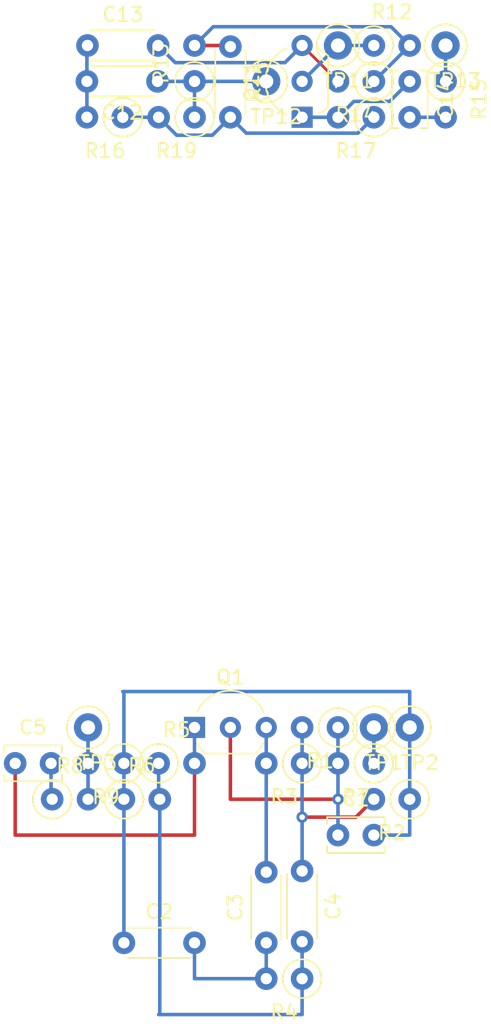
<source format=kicad_pcb>
(kicad_pcb (version 20221018) (generator pcbnew)
  (layers (0 "F.Cu" signal) (31 "B.Cu" signal) (34 "B.Paste" user) (35 "F.Paste" user) (36 "B.SilkS" user "B.Silkscreen") (37 "F.SilkS" user "F.Silkscreen") (38 "B.Mask" user) (39 "F.Mask" user) (44 "Edge.Cuts" user))
  (net 0 "")
  (net 1 "Net-(Q1-C)")
  (net 2 "GND")
  (net 3 "Net-(C2-Pad2)")
  (net 4 "Net-(Q1-B)")
  (net 5 "Net-(C4-Pad1)")
  (net 6 "Net-(C4-Pad2)")
  (net 7 "Net-(Q1-E)")
  (net 8 "Net-(C5-Pad2)")
  (net 9 "Net-(R7-Pad1)")
  (net 10 "Net-(R8-Pad2)")
  (net 11 "Net-(Q11-C)")
  (net 12 "Net-(C12-Pad2)")
  (net 13 "Net-(Q11-B)")
  (net 14 "Net-(Q11-E)")
  (net 15 "Net-(C14-Pad2)")
  (net 16 "Net-(C15-Pad1)")
  (net 17 "Net-(C15-Pad2)")
  (net 18 "Net-(R15-Pad1)")
  (net 19 "Net-(R11-Pad1)")
  (footprint "usr-Library:C_Disc_P5.12mm" (layer "F.Cu") (at 139.62 60.96 180)
    (fp_text reference "C12" (at 2.5 -2.2) (layer "F.SilkS"))
    (fp_text value "0.01u")
    (fp_line (start 0.23 -1.07) (end 0.23 -1.055) (stroke (width 0.12)) (layer "F.SilkS"))
    (fp_line (start 0.23 -1.07) (end 4.77 -1.07) (stroke (width 0.12)) (layer "F.SilkS"))
    (fp_line (start 0.23 1.055) (end 0.23 1.07) (stroke (width 0.12)) (layer "F.SilkS"))
    (fp_line (start 0.23 1.07) (end 4.77 1.07) (stroke (width 0.12)) (layer "F.SilkS"))
    (fp_line (start 4.77 -1.07) (end 4.77 -1.055) (stroke (width 0.12)) (layer "F.SilkS"))
    (fp_line (start 4.77 1.055) (end 4.77 1.07) (stroke (width 0.12)) (layer "F.SilkS"))
    (pad "1" thru_hole circle (at 0 0 180) (size 1.6 1.6) (drill 0.8) (layers "*.Cu" "*.Mask") (net 2 "GND"))
    (pad "2" thru_hole circle (at 5 0 180) (size 1.6 1.6) (drill 0.8) (layers "*.Cu" "*.Mask") (net 12 "Net-(C12-Pad2)"))
  )
  (footprint "TestPoint:TestPoint_Loop_D2.50mm_Drill1.0mm" (layer "F.Cu") (at 157.48 106.68)
    (fp_text reference "TP2" (at 0.7 2.5) (layer "F.SilkS"))
    (fp_text value "GND")
    (fp_circle (center 0 0) (end 1.5 0) (stroke (width 0.12)) (fill none) (layer "F.SilkS"))
    (pad "1" thru_hole circle (at 0 0) (size 2 2) (drill 1) (layers "*.Cu" "*.Mask") (net 2 "GND"))
  )
  (footprint "usr-Library:C_Disc_P5.12mm" (layer "F.Cu") (at 144.78 58.5 -90)
    (fp_text reference "C15" (at 2.5 -2.2 90) (layer "F.SilkS"))
    (fp_text value "0.033u")
    (fp_line (start 0.23 -1.07) (end 0.23 -1.055) (stroke (width 0.12)) (layer "F.SilkS"))
    (fp_line (start 0.23 -1.07) (end 4.77 -1.07) (stroke (width 0.12)) (layer "F.SilkS"))
    (fp_line (start 0.23 1.055) (end 0.23 1.07) (stroke (width 0.12)) (layer "F.SilkS"))
    (fp_line (start 0.23 1.07) (end 4.77 1.07) (stroke (width 0.12)) (layer "F.SilkS"))
    (fp_line (start 4.77 -1.07) (end 4.77 -1.055) (stroke (width 0.12)) (layer "F.SilkS"))
    (fp_line (start 4.77 1.055) (end 4.77 1.07) (stroke (width 0.12)) (layer "F.SilkS"))
    (pad "1" thru_hole circle (at 0 0 270) (size 1.6 1.6) (drill 0.8) (layers "*.Cu" "*.Mask") (net 16 "Net-(C15-Pad1)"))
    (pad "2" thru_hole circle (at 5 0 270) (size 1.6 1.6) (drill 0.8) (layers "*.Cu" "*.Mask") (net 17 "Net-(C15-Pad2)"))
  )
  (footprint "Resistor_THT:R_Axial_DIN0207_L6.3mm_D2.5mm_P2.54mm_Vertical" (layer "F.Cu") (at 132.16 111.76)
    (fp_text reference "R8" (at 1.27 -2.37) (layer "F.SilkS"))
    (fp_text value "100k")
    (fp_line (start 1.37 0) (end 1.44 0) (stroke (width 0.12)) (layer "F.SilkS"))
    (fp_circle (center 0 0) (end 1.37 0) (stroke (width 0.12)) (fill none) (layer "F.SilkS"))
    (pad "1" thru_hole circle (at 0 0) (size 1.6 1.6) (drill 0.8) (layers "*.Cu" "*.Mask") (net 8 "Net-(C5-Pad2)"))
    (pad "2" thru_hole oval (at 2.54 0) (size 1.6 1.6) (drill 0.8) (layers "*.Cu" "*.Mask") (net 10 "Net-(R8-Pad2)"))
  )
  (footprint "Resistor_THT:R_Axial_DIN0207_L6.3mm_D2.5mm_P2.54mm_Vertical" (layer "F.Cu") (at 139.7 109.22)
    (fp_text reference "R5" (at 1.27 -2.37) (layer "F.SilkS"))
    (fp_text value "100")
    (fp_line (start 1.37 0) (end 1.44 0) (stroke (width 0.12)) (layer "F.SilkS"))
    (fp_circle (center 0 0) (end 1.37 0) (stroke (width 0.12)) (fill none) (layer "F.SilkS"))
    (pad "1" thru_hole circle (at 0 0) (size 1.6 1.6) (drill 0.8) (layers "*.Cu" "*.Mask") (net 6 "Net-(C4-Pad2)"))
    (pad "2" thru_hole oval (at 2.54 0) (size 1.6 1.6) (drill 0.8) (layers "*.Cu" "*.Mask") (net 7 "Net-(Q1-E)"))
  )
  (footprint "usr-Library:C_Disc_P2.54mm" (layer "F.Cu") (at 129.54 109.22)
    (fp_text reference "C5" (at 1.25 -2.55) (layer "F.SilkS"))
    (fp_text value "0.1u")
    (fp_line (start -0.77 -1.27) (end -0.77 -0.795) (stroke (width 0.12)) (layer "F.SilkS"))
    (fp_line (start -0.77 -1.27) (end 3.31 -1.27) (stroke (width 0.12)) (layer "F.SilkS"))
    (fp_line (start -0.77 0.795) (end -0.77 1.27) (stroke (width 0.12)) (layer "F.SilkS"))
    (fp_line (start -0.77 1.27) (end 3.31 1.27) (stroke (width 0.12)) (layer "F.SilkS"))
    (fp_line (start 3.31 -1.27) (end 3.31 -0.795) (stroke (width 0.12)) (layer "F.SilkS"))
    (fp_line (start 3.31 0.795) (end 3.31 1.27) (stroke (width 0.12)) (layer "F.SilkS"))
    (pad "1" thru_hole circle (at 0 0) (size 1.6 1.6) (drill 0.8) (layers "*.Cu" "*.Mask") (net 7 "Net-(Q1-E)"))
    (pad "2" thru_hole circle (at 2.54 0) (size 1.6 1.6) (drill 0.8) (layers "*.Cu" "*.Mask") (net 8 "Net-(C5-Pad2)"))
  )
  (footprint "Resistor_THT:R_Axial_DIN0207_L6.3mm_D2.5mm_P2.54mm_Vertical" (layer "F.Cu") (at 154.94 109.22 180)
    (fp_text reference "R7" (at 1.27 -2.37) (layer "F.SilkS"))
    (fp_text value "100")
    (fp_line (start 1.37 0) (end 1.44 0) (stroke (width 0.12)) (layer "F.SilkS"))
    (fp_circle (center 0 0) (end 1.37 0) (stroke (width 0.12)) (fill none) (layer "F.SilkS"))
    (pad "1" thru_hole circle (at 0 0 180) (size 1.6 1.6) (drill 0.8) (layers "*.Cu" "*.Mask") (net 9 "Net-(R7-Pad1)"))
    (pad "2" thru_hole oval (at 2.54 0 180) (size 1.6 1.6) (drill 0.8) (layers "*.Cu" "*.Mask") (net 1 "Net-(Q1-C)"))
  )
  (footprint "Resistor_THT:R_Axial_DIN0207_L6.3mm_D2.5mm_P2.54mm_Vertical" (layer "F.Cu") (at 137.24 109.22 180)
    (fp_text reference "R9" (at 1.27 -2.37) (layer "F.SilkS"))
    (fp_text value "1k")
    (fp_line (start 1.37 0) (end 1.44 0) (stroke (width 0.12)) (layer "F.SilkS"))
    (fp_circle (center 0 0) (end 1.37 0) (stroke (width 0.12)) (fill none) (layer "F.SilkS"))
    (pad "1" thru_hole circle (at 0 0 180) (size 1.6 1.6) (drill 0.8) (layers "*.Cu" "*.Mask") (net 2 "GND"))
    (pad "2" thru_hole oval (at 2.54 0 180) (size 1.6 1.6) (drill 0.8) (layers "*.Cu" "*.Mask") (net 10 "Net-(R8-Pad2)"))
  )
  (footprint "Resistor_THT:R_Axial_DIN0207_L6.3mm_D2.5mm_P2.54mm_Vertical" (layer "F.Cu") (at 142.24 60.96 90)
    (fp_text reference "R13" (at 1.27 -2.37 90) (layer "F.SilkS"))
    (fp_text value "33k")
    (fp_line (start 1.37 0) (end 1.44 0) (stroke (width 0.12)) (layer "F.SilkS"))
    (fp_circle (center 0 0) (end 1.37 0) (stroke (width 0.12)) (fill none) (layer "F.SilkS"))
    (pad "1" thru_hole circle (at 0 0 90) (size 1.6 1.6) (drill 0.8) (layers "*.Cu" "*.Mask") (net 2 "GND"))
    (pad "2" thru_hole oval (at 2.54 0 90) (size 1.6 1.6) (drill 0.8) (layers "*.Cu" "*.Mask") (net 16 "Net-(C15-Pad1)"))
  )
  (footprint "Resistor_THT:R_Axial_DIN0207_L6.3mm_D2.5mm_P2.54mm_Vertical" (layer "F.Cu") (at 137.24 111.76)
    (fp_text reference "R6" (at 1.27 -2.37) (layer "F.SilkS"))
    (fp_text value "3.3k")
    (fp_line (start 1.37 0) (end 1.44 0) (stroke (width 0.12)) (layer "F.SilkS"))
    (fp_circle (center 0 0) (end 1.37 0) (stroke (width 0.12)) (fill none) (layer "F.SilkS"))
    (pad "1" thru_hole circle (at 0 0) (size 1.6 1.6) (drill 0.8) (layers "*.Cu" "*.Mask") (net 2 "GND"))
    (pad "2" thru_hole oval (at 2.54 0) (size 1.6 1.6) (drill 0.8) (layers "*.Cu" "*.Mask") (net 6 "Net-(C4-Pad2)"))
  )
  (footprint "Package_TO_SOT_THT:TO-92_Inline_Wide" (layer "F.Cu") (at 142.24 106.68)
    (fp_text reference "Q1" (at 2.54 -3.56) (layer "F.SilkS"))
    (fp_text value "2SC1815")
    (fp_line (start 0.74 1.85) (end 4.34 1.85) (stroke (width 0.12)) (layer "F.SilkS"))
    (fp_arc (start 0.1836 -1.098807) (mid 1.143021 -2.192817) (end 2.54 -2.6) (stroke (width 0.12)) (layer "F.SilkS"))
    (fp_arc (start 0.74 1.85) (mid 0.446097 1.509328) (end 0.215816 1.122795) (stroke (width 0.12)) (layer "F.SilkS"))
    (fp_arc (start 2.54 -2.6) (mid 3.936979 -2.192818) (end 4.8964 -1.098807) (stroke (width 0.12)) (layer "F.SilkS"))
    (fp_arc (start 4.864184 1.122795) (mid 4.633903 1.509328) (end 4.34 1.85) (stroke (width 0.12)) (layer "F.SilkS"))
    (pad "1" thru_hole rect (at 0 0) (size 1.5 1.5) (drill 0.8) (layers "*.Cu" "*.Mask") (net 7 "Net-(Q1-E)"))
    (pad "2" thru_hole circle (at 2.54 0) (size 1.5 1.5) (drill 0.8) (layers "*.Cu" "*.Mask") (net 1 "Net-(Q1-C)"))
    (pad "3" thru_hole circle (at 5.08 0) (size 1.5 1.5) (drill 0.8) (layers "*.Cu" "*.Mask") (net 4 "Net-(Q1-B)"))
  )
  (footprint "Resistor_THT:R_Axial_DIN0207_L6.3mm_D2.5mm_P2.54mm_Vertical" (layer "F.Cu") (at 154.94 58.42)
    (fp_text reference "R12" (at 1.27 -2.37) (layer "F.SilkS"))
    (fp_text value "22k")
    (fp_line (start 1.37 0) (end 1.44 0) (stroke (width 0.12)) (layer "F.SilkS"))
    (fp_circle (center 0 0) (end 1.37 0) (stroke (width 0.12)) (fill none) (layer "F.SilkS"))
    (pad "1" thru_hole circle (at 0 0) (size 1.6 1.6) (drill 0.8) (layers "*.Cu" "*.Mask") (net 11 "Net-(Q11-C)"))
    (pad "2" thru_hole oval (at 2.54 0) (size 1.6 1.6) (drill 0.8) (layers "*.Cu" "*.Mask") (net 16 "Net-(C15-Pad1)"))
  )
  (footprint "TestPoint:TestPoint_Loop_D2.50mm_Drill1.0mm" (layer "F.Cu") (at 134.7 106.68)
    (fp_text reference "TP3" (at 0.7 2.5) (layer "F.SilkS"))
    (fp_text value "OUT")
    (fp_circle (center 0 0) (end 1.5 0) (stroke (width 0.12)) (fill none) (layer "F.SilkS"))
    (pad "1" thru_hole circle (at 0 0) (size 2 2) (drill 1) (layers "*.Cu" "*.Mask") (net 10 "Net-(R8-Pad2)"))
  )
  (footprint "usr-Library:C_Disc_P5.12mm" (layer "F.Cu") (at 137.24 121.92)
    (fp_text reference "C2" (at 2.5 -2.2) (layer "F.SilkS"))
    (fp_text value "0.01u")
    (fp_line (start 0.23 -1.07) (end 0.23 -1.055) (stroke (width 0.12)) (layer "F.SilkS"))
    (fp_line (start 0.23 -1.07) (end 4.77 -1.07) (stroke (width 0.12)) (layer "F.SilkS"))
    (fp_line (start 0.23 1.055) (end 0.23 1.07) (stroke (width 0.12)) (layer "F.SilkS"))
    (fp_line (start 0.23 1.07) (end 4.77 1.07) (stroke (width 0.12)) (layer "F.SilkS"))
    (fp_line (start 4.77 -1.07) (end 4.77 -1.055) (stroke (width 0.12)) (layer "F.SilkS"))
    (fp_line (start 4.77 1.055) (end 4.77 1.07) (stroke (width 0.12)) (layer "F.SilkS"))
    (pad "1" thru_hole circle (at 0 0) (size 1.6 1.6) (drill 0.8) (layers "*.Cu" "*.Mask") (net 2 "GND"))
    (pad "2" thru_hole circle (at 5 0) (size 1.6 1.6) (drill 0.8) (layers "*.Cu" "*.Mask") (net 3 "Net-(C2-Pad2)"))
  )
  (footprint "TestPoint:TestPoint_Loop_D2.50mm_Drill1.0mm" (layer "F.Cu") (at 152.4 58.42)
    (fp_text reference "TP11" (at 0.7 2.5) (layer "F.SilkS"))
    (fp_text value "VCC")
    (fp_circle (center 0 0) (end 1.5 0) (stroke (width 0.12)) (fill none) (layer "F.SilkS"))
    (pad "1" thru_hole circle (at 0 0) (size 2 2) (drill 1) (layers "*.Cu" "*.Mask") (net 19 "Net-(R11-Pad1)"))
  )
  (footprint "Resistor_THT:R_Axial_DIN0207_L6.3mm_D2.5mm_P2.54mm_Vertical" (layer "F.Cu") (at 154.94 60.96 180)
    (fp_text reference "R14" (at 1.27 -2.37) (layer "F.SilkS"))
    (fp_text value "15k")
    (fp_line (start 1.37 0) (end 1.44 0) (stroke (width 0.12)) (layer "F.SilkS"))
    (fp_circle (center 0 0) (end 1.37 0) (stroke (width 0.12)) (fill none) (layer "F.SilkS"))
    (pad "1" thru_hole circle (at 0 0 180) (size 1.6 1.6) (drill 0.8) (layers "*.Cu" "*.Mask") (net 16 "Net-(C15-Pad1)"))
    (pad "2" thru_hole oval (at 2.54 0 180) (size 1.6 1.6) (drill 0.8) (layers "*.Cu" "*.Mask") (net 13 "Net-(Q11-B)"))
  )
  (footprint "Resistor_THT:R_Axial_DIN0207_L6.3mm_D2.5mm_P2.54mm_Vertical" (layer "F.Cu") (at 142.24 63.5 180)
    (fp_text reference "R19" (at 1.27 -2.37) (layer "F.SilkS"))
    (fp_text value "3.3k")
    (fp_line (start 1.37 0) (end 1.44 0) (stroke (width 0.12)) (layer "F.SilkS"))
    (fp_circle (center 0 0) (end 1.37 0) (stroke (width 0.12)) (fill none) (layer "F.SilkS"))
    (pad "1" thru_hole circle (at 0 0 180) (size 1.6 1.6) (drill 0.8) (layers "*.Cu" "*.Mask") (net 2 "GND"))
    (pad "2" thru_hole oval (at 2.54 0 180) (size 1.6 1.6) (drill 0.8) (layers "*.Cu" "*.Mask") (net 17 "Net-(C15-Pad2)"))
  )
  (footprint "Resistor_THT:R_Axial_DIN0207_L6.3mm_D2.5mm_P2.54mm_Vertical" (layer "F.Cu") (at 152.4 106.68 180)
    (fp_text reference "R1" (at 1.27 -2.37) (layer "F.SilkS"))
    (fp_text value "22k")
    (fp_line (start 1.37 0) (end 1.44 0) (stroke (width 0.12)) (layer "F.SilkS"))
    (fp_circle (center 0 0) (end 1.37 0) (stroke (width 0.12)) (fill none) (layer "F.SilkS"))
    (pad "1" thru_hole circle (at 0 0 180) (size 1.6 1.6) (drill 0.8) (layers "*.Cu" "*.Mask") (net 1 "Net-(Q1-C)"))
    (pad "2" thru_hole oval (at 2.54 0 180) (size 1.6 1.6) (drill 0.8) (layers "*.Cu" "*.Mask") (net 5 "Net-(C4-Pad1)"))
  )
  (footprint "usr-Library:C_Disc_P5.12mm" (layer "F.Cu") (at 134.66 58.42)
    (fp_text reference "C13" (at 2.5 -2.2) (layer "F.SilkS"))
    (fp_text value "0.01u")
    (fp_line (start 0.23 -1.07) (end 0.23 -1.055) (stroke (width 0.12)) (layer "F.SilkS"))
    (fp_line (start 0.23 -1.07) (end 4.77 -1.07) (stroke (width 0.12)) (layer "F.SilkS"))
    (fp_line (start 0.23 1.055) (end 0.23 1.07) (stroke (width 0.12)) (layer "F.SilkS"))
    (fp_line (start 0.23 1.07) (end 4.77 1.07) (stroke (width 0.12)) (layer "F.SilkS"))
    (fp_line (start 4.77 -1.07) (end 4.77 -1.055) (stroke (width 0.12)) (layer "F.SilkS"))
    (fp_line (start 4.77 1.055) (end 4.77 1.07) (stroke (width 0.12)) (layer "F.SilkS"))
    (pad "1" thru_hole circle (at 0 0) (size 1.6 1.6) (drill 0.8) (layers "*.Cu" "*.Mask") (net 12 "Net-(C12-Pad2)"))
    (pad "2" thru_hole circle (at 5 0) (size 1.6 1.6) (drill 0.8) (layers "*.Cu" "*.Mask") (net 13 "Net-(Q11-B)"))
  )
  (footprint "TestPoint:TestPoint_Loop_D2.50mm_Drill1.0mm" (layer "F.Cu") (at 147.32 60.96)
    (fp_text reference "TP12" (at 0.7 2.5) (layer "F.SilkS"))
    (fp_text value "GND")
    (fp_circle (center 0 0) (end 1.5 0) (stroke (width 0.12)) (fill none) (layer "F.SilkS"))
    (pad "1" thru_hole circle (at 0 0) (size 2 2) (drill 1) (layers "*.Cu" "*.Mask") (net 2 "GND"))
  )
  (footprint "Resistor_THT:R_Axial_DIN0207_L6.3mm_D2.5mm_P2.54mm_Vertical" (layer "F.Cu") (at 154.94 63.5 180)
    (fp_text reference "R17" (at 1.27 -2.37) (layer "F.SilkS"))
    (fp_text value "100")
    (fp_line (start 1.37 0) (end 1.44 0) (stroke (width 0.12)) (layer "F.SilkS"))
    (fp_circle (center 0 0) (end 1.37 0) (stroke (width 0.12)) (fill none) (layer "F.SilkS"))
    (pad "1" thru_hole circle (at 0 0 180) (size 1.6 1.6) (drill 0.8) (layers "*.Cu" "*.Mask") (net 17 "Net-(C15-Pad2)"))
    (pad "2" thru_hole oval (at 2.54 0 180) (size 1.6 1.6) (drill 0.8) (layers "*.Cu" "*.Mask") (net 14 "Net-(Q11-E)"))
  )
  (footprint "Resistor_THT:R_Axial_DIN0207_L6.3mm_D2.5mm_P2.54mm_Vertical" (layer "F.Cu") (at 137.16 63.5 180)
    (fp_text reference "R16" (at 1.27 -2.37) (layer "F.SilkS"))
    (fp_text value "4.7k")
    (fp_line (start 1.37 0) (end 1.44 0) (stroke (width 0.12)) (layer "F.SilkS"))
    (fp_circle (center 0 0) (end 1.37 0) (stroke (width 0.12)) (fill none) (layer "F.SilkS"))
    (pad "1" thru_hole circle (at 0 0 180) (size 1.6 1.6) (drill 0.8) (layers "*.Cu" "*.Mask") (net 17 "Net-(C15-Pad2)"))
    (pad "2" thru_hole oval (at 2.54 0 180) (size 1.6 1.6) (drill 0.8) (layers "*.Cu" "*.Mask") (net 12 "Net-(C12-Pad2)"))
  )
  (footprint "TestPoint:TestPoint_Loop_D2.50mm_Drill1.0mm" (layer "F.Cu") (at 154.94 106.68)
    (fp_text reference "TP1" (at 0.7 2.5) (layer "F.SilkS"))
    (fp_text value "VCC")
    (fp_circle (center 0 0) (end 1.5 0) (stroke (width 0.12)) (fill none) (layer "F.SilkS"))
    (pad "1" thru_hole circle (at 0 0) (size 2 2) (drill 1) (layers "*.Cu" "*.Mask") (net 9 "Net-(R7-Pad1)"))
  )
  (footprint "usr-Library:C_Disc_P2.54mm" (layer "F.Cu") (at 152.4 114.3)
    (fp_text reference "C1" (at 1.25 -2.55) (layer "F.SilkS"))
    (fp_text value "0.1u")
    (fp_line (start -0.77 -1.27) (end -0.77 -0.795) (stroke (width 0.12)) (layer "F.SilkS"))
    (fp_line (start -0.77 -1.27) (end 3.31 -1.27) (stroke (width 0.12)) (layer "F.SilkS"))
    (fp_line (start -0.77 0.795) (end -0.77 1.27) (stroke (width 0.12)) (layer "F.SilkS"))
    (fp_line (start -0.77 1.27) (end 3.31 1.27) (stroke (width 0.12)) (layer "F.SilkS"))
    (fp_line (start 3.31 -1.27) (end 3.31 -0.795) (stroke (width 0.12)) (layer "F.SilkS"))
    (fp_line (start 3.31 0.795) (end 3.31 1.27) (stroke (width 0.12)) (layer "F.SilkS"))
    (pad "1" thru_hole circle (at 0 0) (size 1.6 1.6) (drill 0.8) (layers "*.Cu" "*.Mask") (net 1 "Net-(Q1-C)"))
    (pad "2" thru_hole circle (at 2.54 0) (size 1.6 1.6) (drill 0.8) (layers "*.Cu" "*.Mask") (net 2 "GND"))
  )
  (footprint "Resistor_THT:R_Axial_DIN0207_L6.3mm_D2.5mm_P2.54mm_Vertical" (layer "F.Cu") (at 157.48 111.76 180)
    (fp_text reference "R2" (at 1.27 -2.37) (layer "F.SilkS"))
    (fp_text value "33k")
    (fp_line (start 1.37 0) (end 1.44 0) (stroke (width 0.12)) (layer "F.SilkS"))
    (fp_circle (center 0 0) (end 1.37 0) (stroke (width 0.12)) (fill none) (layer "F.SilkS"))
    (pad "1" thru_hole circle (at 0 0 180) (size 1.6 1.6) (drill 0.8) (layers "*.Cu" "*.Mask") (net 2 "GND"))
    (pad "2" thru_hole oval (at 2.54 0 180) (size 1.6 1.6) (drill 0.8) (layers "*.Cu" "*.Mask") (net 5 "Net-(C4-Pad1)"))
  )
  (footprint "Package_TO_SOT_THT:TO-92_Inline_Wide" (layer "F.Cu") (at 149.86 63.5 90)
    (fp_text reference "Q11" (at 2.54 -3.56 90) (layer "F.SilkS"))
    (fp_text value "2SC1815")
    (fp_line (start 0.74 1.85) (end 4.34 1.85) (stroke (width 0.12)) (layer "F.SilkS"))
    (fp_arc (start 0.1836 -1.098807) (mid 1.143021 -2.192817) (end 2.54 -2.6) (stroke (width 0.12)) (layer "F.SilkS"))
    (fp_arc (start 0.74 1.85) (mid 0.446097 1.509328) (end 0.215816 1.122795) (stroke (width 0.12)) (layer "F.SilkS"))
    (fp_arc (start 2.54 -2.6) (mid 3.936979 -2.192818) (end 4.8964 -1.098807) (stroke (width 0.12)) (layer "F.SilkS"))
    (fp_arc (start 4.864184 1.122795) (mid 4.633903 1.509328) (end 4.34 1.85) (stroke (width 0.12)) (layer "F.SilkS"))
    (pad "1" thru_hole rect (at 0 0 90) (size 1.5 1.5) (drill 0.8) (layers "*.Cu" "*.Mask") (net 14 "Net-(Q11-E)"))
    (pad "2" thru_hole circle (at 2.54 0 90) (size 1.5 1.5) (drill 0.8) (layers "*.Cu" "*.Mask") (net 11 "Net-(Q11-C)"))
    (pad "3" thru_hole circle (at 5.08 0 90) (size 1.5 1.5) (drill 0.8) (layers "*.Cu" "*.Mask") (net 13 "Net-(Q11-B)"))
  )
  (footprint "usr-Library:C_Disc_P2.54mm" (layer "F.Cu") (at 157.48 60.96 -90)
    (fp_text reference "C14" (at 1.25 -2.55 90) (layer "F.SilkS"))
    (fp_text value "0.1u")
    (fp_line (start -0.77 -1.27) (end -0.77 -0.795) (stroke (width 0.12)) (layer "F.SilkS"))
    (fp_line (start -0.77 -1.27) (end 3.31 -1.27) (stroke (width 0.12)) (layer "F.SilkS"))
    (fp_line (start -0.77 0.795) (end -0.77 1.27) (stroke (width 0.12)) (layer "F.SilkS"))
    (fp_line (start -0.77 1.27) (end 3.31 1.27) (stroke (width 0.12)) (layer "F.SilkS"))
    (fp_line (start 3.31 -1.27) (end 3.31 -0.795) (stroke (width 0.12)) (layer "F.SilkS"))
    (fp_line (start 3.31 0.795) (end 3.31 1.27) (stroke (width 0.12)) (layer "F.SilkS"))
    (pad "1" thru_hole circle (at 0 0 270) (size 1.6 1.6) (drill 0.8) (layers "*.Cu" "*.Mask") (net 14 "Net-(Q11-E)"))
    (pad "2" thru_hole circle (at 2.54 0 270) (size 1.6 1.6) (drill 0.8) (layers "*.Cu" "*.Mask") (net 15 "Net-(C14-Pad2)"))
  )
  (footprint "usr-Library:C_Disc_P5.12mm" (layer "F.Cu") (at 147.32 121.92 90)
    (fp_text reference "C3" (at 2.5 -2.2 90) (layer "F.SilkS"))
    (fp_text value "0.01u")
    (fp_line (start 0.23 -1.07) (end 0.23 -1.055) (stroke (width 0.12)) (layer "F.SilkS"))
    (fp_line (start 0.23 -1.07) (end 4.77 -1.07) (stroke (width 0.12)) (layer "F.SilkS"))
    (fp_line (start 0.23 1.055) (end 0.23 1.07) (stroke (width 0.12)) (layer "F.SilkS"))
    (fp_line (start 0.23 1.07) (end 4.77 1.07) (stroke (width 0.12)) (layer "F.SilkS"))
    (fp_line (start 4.77 -1.07) (end 4.77 -1.055) (stroke (width 0.12)) (layer "F.SilkS"))
    (fp_line (start 4.77 1.055) (end 4.77 1.07) (stroke (width 0.12)) (layer "F.SilkS"))
    (pad "1" thru_hole circle (at 0 0 90) (size 1.6 1.6) (drill 0.8) (layers "*.Cu" "*.Mask") (net 3 "Net-(C2-Pad2)"))
    (pad "2" thru_hole circle (at 5 0 90) (size 1.6 1.6) (drill 0.8) (layers "*.Cu" "*.Mask") (net 4 "Net-(Q1-B)"))
  )
  (footprint "Resistor_THT:R_Axial_DIN0207_L6.3mm_D2.5mm_P2.54mm_Vertical" (layer "F.Cu") (at 160.02 60.96 -90)
    (fp_text reference "R15" (at 1.27 -2.37 90) (layer "F.SilkS"))
    (fp_text value "100k")
    (fp_line (start 1.37 0) (end 1.44 0) (stroke (width 0.12)) (layer "F.SilkS"))
    (fp_circle (center 0 0) (end 1.37 0) (stroke (width 0.12)) (fill none) (layer "F.SilkS"))
    (pad "1" thru_hole circle (at 0 0 270) (size 1.6 1.6) (drill 0.8) (layers "*.Cu" "*.Mask") (net 18 "Net-(R15-Pad1)"))
    (pad "2" thru_hole oval (at 2.54 0 270) (size 1.6 1.6) (drill 0.8) (layers "*.Cu" "*.Mask") (net 15 "Net-(C14-Pad2)"))
  )
  (footprint "TestPoint:TestPoint_Loop_D2.50mm_Drill1.0mm" (layer "F.Cu") (at 160.02 58.42)
    (fp_text reference "TP13" (at 0.7 2.5) (layer "F.SilkS"))
    (fp_text value "OUT")
    (fp_circle (center 0 0) (end 1.5 0) (stroke (width 0.12)) (fill none) (layer "F.SilkS"))
    (pad "1" thru_hole circle (at 0 0) (size 2 2) (drill 1) (layers "*.Cu" "*.Mask") (net 18 "Net-(R15-Pad1)"))
  )
  (footprint "Resistor_THT:R_Axial_DIN0207_L6.3mm_D2.5mm_P2.54mm_Vertical" (layer "F.Cu") (at 149.86 109.22 180)
    (fp_text reference "R3" (at 1.27 -2.37) (layer "F.SilkS"))
    (fp_text value "10k")
    (fp_line (start 1.37 0) (end 1.44 0) (stroke (width 0.12)) (layer "F.SilkS"))
    (fp_circle (center 0 0) (end 1.37 0) (stroke (width 0.12)) (fill none) (layer "F.SilkS"))
    (pad "1" thru_hole circle (at 0 0 180) (size 1.6 1.6) (drill 0.8) (layers "*.Cu" "*.Mask") (net 5 "Net-(C4-Pad1)"))
    (pad "2" thru_hole oval (at 2.54 0 180) (size 1.6 1.6) (drill 0.8) (layers "*.Cu" "*.Mask") (net 4 "Net-(Q1-B)"))
  )
  (footprint "Resistor_THT:R_Axial_DIN0207_L6.3mm_D2.5mm_P2.54mm_Vertical" (layer "F.Cu") (at 149.86 124.46 180)
    (fp_text reference "R4" (at 1.27 -2.37) (layer "F.SilkS"))
    (fp_text value "4.7k")
    (fp_line (start 1.37 0) (end 1.44 0) (stroke (width 0.12)) (layer "F.SilkS"))
    (fp_circle (center 0 0) (end 1.37 0) (stroke (width 0.12)) (fill none) (layer "F.SilkS"))
    (pad "1" thru_hole circle (at 0 0 180) (size 1.6 1.6) (drill 0.8) (layers "*.Cu" "*.Mask") (net 6 "Net-(C4-Pad2)"))
    (pad "2" thru_hole oval (at 2.54 0 180) (size 1.6 1.6) (drill 0.8) (layers "*.Cu" "*.Mask") (net 3 "Net-(C2-Pad2)"))
  )
  (footprint "usr-Library:C_Disc_P5.12mm" (layer "F.Cu") (at 149.86 116.84 -90)
    (fp_text reference "C4" (at 2.5 -2.2 90) (layer "F.SilkS"))
    (fp_text value "0.033u")
    (fp_line (start 0.23 -1.07) (end 0.23 -1.055) (stroke (width 0.12)) (layer "F.SilkS"))
    (fp_line (start 0.23 -1.07) (end 4.77 -1.07) (stroke (width 0.12)) (layer "F.SilkS"))
    (fp_line (start 0.23 1.055) (end 0.23 1.07) (stroke (width 0.12)) (layer "F.SilkS"))
    (fp_line (start 0.23 1.07) (end 4.77 1.07) (stroke (width 0.12)) (layer "F.SilkS"))
    (fp_line (start 4.77 -1.07) (end 4.77 -1.055) (stroke (width 0.12)) (layer "F.SilkS"))
    (fp_line (start 4.77 1.055) (end 4.77 1.07) (stroke (width 0.12)) (layer "F.SilkS"))
    (pad "1" thru_hole circle (at 0 0 270) (size 1.6 1.6) (drill 0.8) (layers "*.Cu" "*.Mask") (net 5 "Net-(C4-Pad1)"))
    (pad "2" thru_hole circle (at 5 0 270) (size 1.6 1.6) (drill 0.8) (layers "*.Cu" "*.Mask") (net 6 "Net-(C4-Pad2)"))
  )
  (gr_line (start 149.86 58.42) (end 152.4 60.96) (stroke (width 0.2)) (layer "F.Cu"))
  (segment (start 144.78 111.76) (end 152.4 111.76) (width 0.25) (layer "F.Cu") (net 1))
  (segment (start 144.78 106.68) (end 144.78 111.76) (width 0.25) (layer "F.Cu") (net 1))
  (via (at 152.4 111.76) (size 0.8) (drill 0.4) (layers "F.Cu" "B.Cu") (net 1))
  (segment (start 152.4 106.68) (end 152.4 109.22) (width 0.25) (layer "B.Cu") (net 1))
  (segment (start 152.4 109.22) (end 152.4 114.3) (width 0.25) (layer "B.Cu") (net 1))
  (segment (start 157.48 104.14) (end 137.16 104.14) (width 0.25) (layer "B.Cu") (net 2))
  (segment (start 139.62 60.96) (end 142.24 60.96) (width 0.25) (layer "B.Cu") (net 2))
  (segment (start 157.48 111.76) (end 157.48 114.3) (width 0.25) (layer "B.Cu") (net 2))
  (segment (start 157.48 114.3) (end 154.94 114.3) (width 0.25) (layer "B.Cu") (net 2))
  (segment (start 142.24 60.96) (end 142.24 63.5) (width 0.25) (layer "B.Cu") (net 2))
  (segment (start 137.24 104.14) (end 137.24 121.92) (width 0.25) (layer "B.Cu") (net 2))
  (segment (start 157.48 106.68) (end 157.48 111.76) (width 0.25) (layer "B.Cu") (net 2))
  (segment (start 142.24 60.96) (end 147.32 60.96) (width 0.25) (layer "B.Cu") (net 2))
  (segment (start 157.48 106.68) (end 157.48 104.14) (width 0.25) (layer "B.Cu") (net 2))
  (segment (start 147.32 124.46) (end 142.24 124.46) (width 0.25) (layer "B.Cu") (net 3))
  (segment (start 142.24 124.46) (end 142.24 121.92) (width 0.25) (layer "B.Cu") (net 3))
  (segment (start 147.32 121.92) (end 147.32 124.46) (width 0.25) (layer "B.Cu") (net 3))
  (segment (start 147.32 116.92) (end 147.32 106.68) (width 0.25) (layer "B.Cu") (net 4))
  (segment (start 154.94 111.76) (end 153.67 113.03) (width 0.25) (layer "F.Cu") (net 5))
  (segment (start 153.67 113.03) (end 149.86 113.03) (width 0.25) (layer "F.Cu") (net 5))
  (via (at 149.86 113.03) (size 0.8) (drill 0.4) (layers "F.Cu" "B.Cu") (net 5))
  (segment (start 149.86 113.03) (end 149.86 116.84) (width 0.25) (layer "B.Cu") (net 5))
  (segment (start 149.86 106.68) (end 149.86 109.22) (width 0.25) (layer "B.Cu") (net 5))
  (segment (start 149.86 109.22) (end 149.86 113.03) (width 0.25) (layer "B.Cu") (net 5))
  (segment (start 149.86 121.84) (end 149.86 127) (width 0.25) (layer "B.Cu") (net 6))
  (segment (start 139.7 127) (end 149.86 127) (width 0.25) (layer "B.Cu") (net 6))
  (segment (start 139.78 111.76) (end 139.78 126.92) (width 0.25) (layer "B.Cu") (net 6))
  (segment (start 139.78 126.92) (end 139.7 127) (width 0.25) (layer "B.Cu") (net 6))
  (segment (start 139.7 111.68) (end 139.78 111.76) (width 0.25) (layer "B.Cu") (net 6))
  (segment (start 139.7 109.22) (end 139.7 111.68) (width 0.25) (layer "B.Cu") (net 6))
  (segment (start 129.54 114.3) (end 142.24 114.3) (width 0.25) (layer "F.Cu") (net 7))
  (segment (start 129.54 109.22) (end 129.54 114.3) (width 0.25) (layer "F.Cu") (net 7))
  (segment (start 142.24 114.3) (end 142.24 109.22) (width 0.25) (layer "F.Cu") (net 7))
  (segment (start 142.24 106.68) (end 142.24 109.22) (width 0.25) (layer "B.Cu") (net 7))
  (segment (start 132.08 109.22) (end 132.08 111.68) (width 0.25) (layer "B.Cu") (net 8))
  (segment (start 132.08 111.68) (end 132.16 111.76) (width 0.25) (layer "B.Cu") (net 8))
  (segment (start 154.94 106.68) (end 154.94 109.22) (width 0.25) (layer "B.Cu") (net 9))
  (segment (start 134.7 109.22) (end 134.7 111.76) (width 0.25) (layer "B.Cu") (net 10))
  (segment (start 134.7 106.68) (end 134.7 109.22) (width 0.25) (layer "B.Cu") (net 10))
  (segment (start 152.4 58.42) (end 154.94 58.42) (width 0.25) (layer "B.Cu") (net 11))
  (segment (start 149.86 60.96) (end 152.4 58.42) (width 0.25) (layer "B.Cu") (net 11))
  (segment (start 134.62 60.96) (end 134.62 63.5) (width 0.25) (layer "B.Cu") (net 12))
  (segment (start 134.62 58.42) (end 134.62 60.96) (width 0.25) (layer "B.Cu") (net 12))
  (segment (start 140.875 59.635) (end 148.645 59.635) (width 0.25) (layer "B.Cu") (net 13))
  (segment (start 148.645 59.635) (end 149.86 58.42) (width 0.25) (layer "B.Cu") (net 13))
  (segment (start 139.66 58.42) (end 140.875 59.635) (width 0.25) (layer "B.Cu") (net 13))
  (segment (start 148.785 59.495) (end 149.86 58.42) (width 0.25) (layer "B.Cu") (net 13))
  (segment (start 156.065 62.375) (end 153.525 62.375) (width 0.25) (layer "B.Cu") (net 14))
  (segment (start 153.525 62.375) (end 152.4 63.5) (width 0.25) (layer "B.Cu") (net 14))
  (segment (start 152.4 63.5) (end 149.86 63.5) (width 0.25) (layer "B.Cu") (net 14))
  (segment (start 157.48 60.96) (end 156.065 62.375) (width 0.25) (layer "B.Cu") (net 14))
  (segment (start 160.02 63.5) (end 157.48 63.5) (width 0.25) (layer "B.Cu") (net 15))
  (segment (start 142.24 58.42) (end 144.7 58.42) (width 0.25) (layer "F.Cu") (net 16))
  (segment (start 143.565 57.095) (end 156.155 57.095) (width 0.25) (layer "B.Cu") (net 16))
  (segment (start 157.48 58.42) (end 154.94 60.96) (width 0.25) (layer "B.Cu") (net 16))
  (segment (start 142.24 58.42) (end 143.565 57.095) (width 0.25) (layer "B.Cu") (net 16))
  (segment (start 156.155 57.095) (end 157.48 58.42) (width 0.25) (layer "B.Cu") (net 16))
  (segment (start 144.7 58.42) (end 144.78 58.5) (width 0.25) (layer "B.Cu") (net 16))
  (segment (start 143.51 64.77) (end 144.78 63.5) (width 0.25) (layer "B.Cu") (net 17))
  (segment (start 137.16 63.5) (end 139.7 63.5) (width 0.25) (layer "B.Cu") (net 17))
  (segment (start 140.97 64.77) (end 143.51 64.77) (width 0.25) (layer "B.Cu") (net 17))
  (segment (start 139.7 63.5) (end 140.97 64.77) (width 0.25) (layer "B.Cu") (net 17))
  (segment (start 153.815 64.625) (end 154.94 63.5) (width 0.25) (layer "B.Cu") (net 17))
  (segment (start 144.78 63.5) (end 145.905 64.625) (width 0.25) (layer "B.Cu") (net 17))
  (segment (start 145.905 64.625) (end 153.815 64.625) (width 0.25) (layer "B.Cu") (net 17))
  (segment (start 160.02 60.96) (end 160.02 58.42) (width 0.25) (layer "B.Cu") (net 18))
)
</source>
